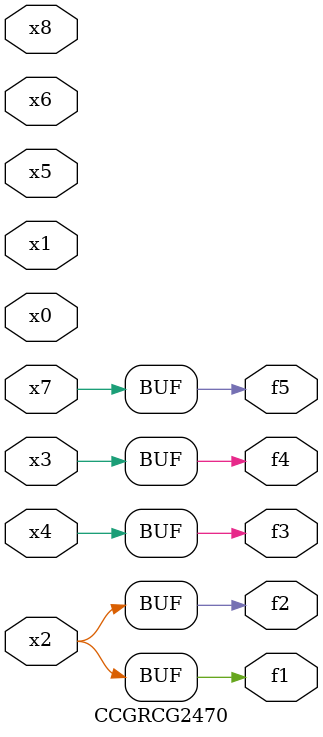
<source format=v>
module CCGRCG2470(
	input x0, x1, x2, x3, x4, x5, x6, x7, x8,
	output f1, f2, f3, f4, f5
);
	assign f1 = x2;
	assign f2 = x2;
	assign f3 = x4;
	assign f4 = x3;
	assign f5 = x7;
endmodule

</source>
